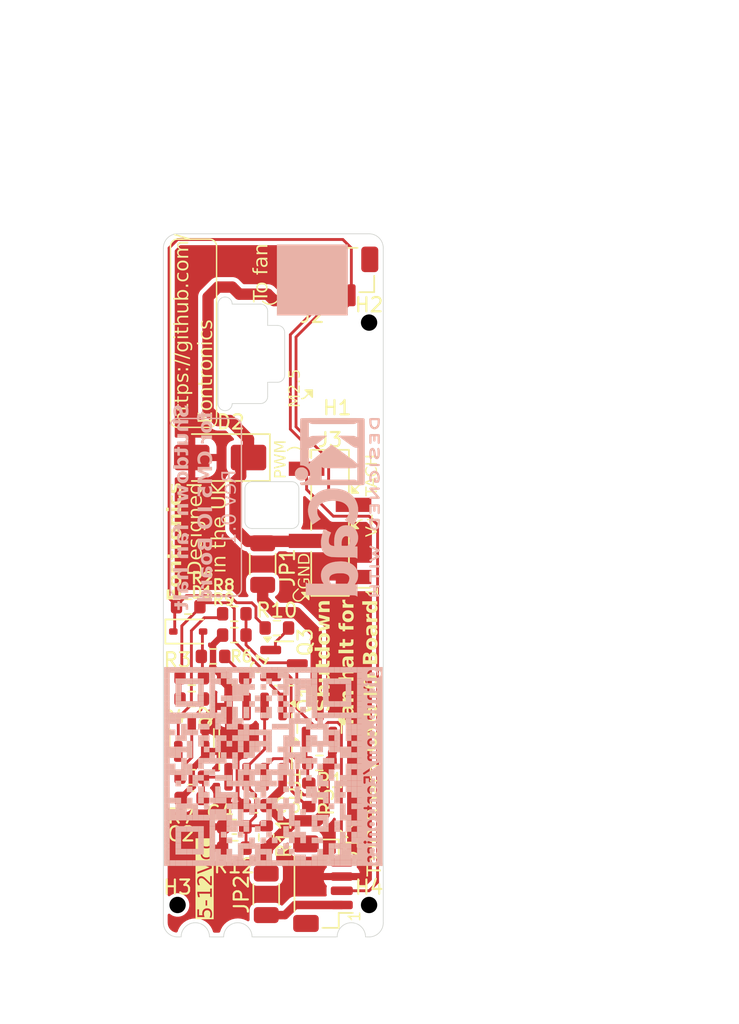
<source format=kicad_pcb>
(kicad_pcb (version 20240108) (generator "pcbnew") (generator_version "8.0")
  (layers (0 "F.Cu" signal) (31 "B.Cu" signal) (34 "B.Paste" user) (35 "F.Paste" user) (36 "B.SilkS" user "B.Silkscreen") (37 "F.SilkS" user "F.Silkscreen") (38 "B.Mask" user) (39 "F.Mask" user) (44 "Edge.Cuts" user))
  (net 0 "")
  (net 1 "Net-(U1A-+)")
  (net 2 "GND")
  (net 3 "Net-(U1B-+)")
  (net 4 "VCC")
  (net 5 "Net-(D1-A)")
  (net 6 "TACH_FAN")
  (net 7 "FAN_VCC")
  (net 8 "PWM")
  (net 9 "TACH_PI")
  (net 10 "Net-(Q1-G)")
  (net 11 "Net-(Q2-D)")
  (net 12 "Net-(Q3-S)")
  (net 13 "Net-(Q3-G)")
  (net 14 "Net-(R5-Pad1)")
  (net 15 "/COMP_VREF")
  (net 16 "Net-(Q2-G)")
  (net 17 "Net-(J1-Pin_1)")
  (net 18 "Net-(JP1-A)")
  (footprint "Package_SO:SOIC-8_3.9x4.9mm_P1.27mm" (layer "F.Cu") (at 169.25 77 -90)
    (property "Reference" "U1" (at 2.75 -2.75 90) (layer "F.SilkS") (effects (font (size 0.8 0.8))))
    (property "Value" "LM393")
    (pad "1" smd roundrect (at -2.475 -1.905 270) (size 1.95 0.6) (layers "F.Cu" "F.Paste" "F.Mask") (net 12 "Net-(Q3-S)"))
    (pad "2" smd roundrect (at -2.475 -0.635 270) (size 1.95 0.6) (layers "F.Cu" "F.Paste" "F.Mask") (net 15 "/COMP_VREF"))
    (pad "3" smd roundrect (at -2.475 0.635 270) (size 1.95 0.6) (layers "F.Cu" "F.Paste" "F.Mask") (net 1 "Net-(U1A-+)"))
    (pad "4" smd roundrect (at -2.475 1.905 270) (size 1.95 0.6) (layers "F.Cu" "F.Paste" "F.Mask") (net 2 "GND"))
    (pad "5" smd roundrect (at 2.475 1.905 270) (size 1.95 0.6) (layers "F.Cu" "F.Paste" "F.Mask") (net 3 "Net-(U1B-+)"))
    (pad "6" smd roundrect (at 2.475 0.635 270) (size 1.95 0.6) (layers "F.Cu" "F.Paste" "F.Mask") (net 15 "/COMP_VREF"))
    (pad "7" smd roundrect (at 2.475 -0.635 270) (size 1.95 0.6) (layers "F.Cu" "F.Paste" "F.Mask") (net 14 "Net-(R5-Pad1)"))
    (pad "8" smd roundrect (at 2.475 -1.905 270) (size 1.95 0.6) (layers "F.Cu" "F.Paste" "F.Mask") (net 4 "VCC"))
  )
  (footprint "Resistor_SMD:R_0603_1608Metric" (layer "F.Cu") (at 167.75 69.5)
    (property "Reference" "R9" (at -0.75 -2.5 0) (layer "F.SilkS") (effects (font (size 0.8 0.8))))
    (property "Value" "150k")
    (pad "1" smd roundrect (at -0.825 0) (size 0.8 0.95) (layers "F.Cu" "F.Paste" "F.Mask") (net 2 "GND"))
    (pad "2" smd roundrect (at 0.825 0) (size 0.8 0.95) (layers "F.Cu" "F.Paste" "F.Mask") (net 9 "TACH_PI"))
  )
  (footprint "Diode_SMD:D_SOD-323" (layer "F.Cu") (at 164.5 69.25)
    (property "Reference" "D1" (at 1 -2.75 0) (layer "F.SilkS") (effects (font (size 0.8 0.8))))
    (property "Value" "1N4148WS")
    (pad "1" smd roundrect (at -1.05 0) (size 0.6 0.45) (layers "F.Cu" "F.Paste" "F.Mask") (net 6 "TACH_FAN"))
    (pad "2" smd roundrect (at 1.05 0) (size 0.6 0.45) (layers "F.Cu" "F.Paste" "F.Mask") (net 5 "Net-(D1-A)"))
  )
  (footprint "cm5_io_board_fan_shutdown:JLC_Tooling_Hole" (layer "F.Cu") (at 177.25 47.5)
    (property "Reference" "H2" (at 0 -1.25 0) (layer "F.SilkS"))
    (property "Value" "JLCToolingHole")
    (pad "" np_thru_hole circle (at 0 0) (size 1.3 1.3) (drill 1.152) (layers "*.Mask"))
  )
  (footprint "Resistor_SMD:R_0603_1608Metric" (layer "F.Cu") (at 167.75 84.5 180)
    (property "Reference" "R12" (at 0 -1.25 180) (layer "F.SilkS"))
    (property "Value" "150k")
    (pad "1" smd roundrect (at -0.825 0 180) (size 0.8 0.95) (layers "F.Cu" "F.Paste" "F.Mask") (net 15 "/COMP_VREF"))
    (pad "2" smd roundrect (at 0.825 0 180) (size 0.8 0.95) (layers "F.Cu" "F.Paste" "F.Mask") (net 2 "GND"))
  )
  (footprint "Resistor_SMD:R_1206_3216Metric" (layer "F.Cu") (at 170 87.75 -90)
    (property "Reference" "JP2" (at 0 1.75 90) (layer "F.SilkS"))
    (property "Value" "0")
    (pad "1" smd roundrect (at -1.4625 0 270) (size 1.125 1.75) (layers "F.Cu" "F.Paste" "F.Mask") (roundrect_rratio 0.222222) (net 4 "VCC"))
    (pad "2" smd roundrect (at 1.4625 0 270) (size 1.125 1.75) (layers "F.Cu" "F.Paste" "F.Mask") (roundrect_rratio 0.222222) (net 17 "Net-(J1-Pin_1)"))
  )
  (footprint "Connector_JST:JST_SH_BM04B-SRSS-TB_1x04-1MP_P1.00mm_Vertical" (layer "F.Cu") (at 174 87 90)
    (property "Reference" "J1" (at 2.5 2 -90) (layer "F.SilkS"))
    (property "Value" "Conn_Pi_JST_SH")
    (pad "1" smd roundrect (at -1.5 1.325 90) (size 0.6 1.55) (layers "F.Cu" "F.Paste" "F.Mask") (net 17 "Net-(J1-Pin_1)"))
    (pad "2" smd roundrect (at -0.5 1.325 90) (size 0.6 1.55) (layers "F.Cu" "F.Paste" "F.Mask") (net 8 "PWM"))
    (pad "3" smd roundrect (at 0.5 1.325 90) (size 0.6 1.55) (layers "F.Cu" "F.Paste" "F.Mask") (net 2 "GND"))
    (pad "4" smd roundrect (at 1.5 1.325 90) (size 0.6 1.55) (layers "F.Cu" "F.Paste" "F.Mask") (net 9 "TACH_PI"))
    (pad "MP" smd roundrect (at -2.8 -1.2 90) (size 1.2 1.8) (layers "F.Cu" "F.Paste" "F.Mask") (roundrect_rratio 0.208333))
    (pad "MP" smd roundrect (at 2.8 -1.2 90) (size 1.2 1.8) (layers "F.Cu" "F.Paste" "F.Mask") (roundrect_rratio 0.208333))
  )
  (footprint "MountingHole:MountingHole_2.7mm_M2.5_DIN965" (layer "F.Cu") (at 175 50)
    (property "Reference" "H1" (at 0 3.5 0) (layer "F.SilkS"))
    (property "Value" "MountingHole")
    (pad "" np_thru_hole circle (at 0 0) (size 2.7 2.7) (drill 2.7) (layers "*.Cu" "*.Mask"))
  )
  (footprint "Package_TO_SOT_SMD:SOT-23" (layer "F.Cu") (at 173.75 75.75 90)
    (property "Reference" "Q1" (at 1.75 -1 90) (layer "F.SilkS"))
    (property "Value" "AO3401A")
    (pad "1" smd roundrect (at -0.9375 -0.95 90) (size 1.475 0.6) (layers "F.Cu" "F.Paste" "F.Mask") (net 10 "Net-(Q1-G)"))
    (pad "2" smd roundrect (at -0.9375 0.95 90) (size 1.475 0.6) (layers "F.Cu" "F.Paste" "F.Mask") (net 4 "VCC"))
    (pad "3" smd roundrect (at 0.9375 0 90) (size 1.475 0.6) (layers "F.Cu" "F.Paste" "F.Mask") (net 18 "Net-(JP1-A)"))
  )
  (footprint "Connector_JST:JST_SH_BM04B-SRSS-TB_1x04-1MP_P1.00mm_Vertical" (layer "F.Cu") (at 174.5 44.25)
    (property "Reference" "J2" (at -1.25 2.75 0) (layer "F.SilkS"))
    (property "Value" "Conn_Fan_JST_SH")
    (pad "1" smd roundrect (at -1.5 1.325) (size 0.6 1.55) (layers "F.Cu" "F.Paste" "F.Mask") (net 7 "FAN_VCC"))
    (pad "2" smd roundrect (at -0.5 1.325) (size 0.6 1.55) (layers "F.Cu" "F.Paste" "F.Mask") (net 8 "PWM"))
    (pad "3" smd roundrect (at 0.5 1.325) (size 0.6 1.55) (layers "F.Cu" "F.Paste" "F.Mask") (net 2 "GND"))
    (pad "4" smd roundrect (at 1.5 1.325) (size 0.6 1.55) (layers "F.Cu" "F.Paste" "F.Mask") (net 6 "TACH_FAN"))
    (pad "MP" smd roundrect (at -2.8 -1.2) (size 1.2 1.8) (layers "F.Cu" "F.Paste" "F.Mask") (roundrect_rratio 0.208333))
    (pad "MP" smd roundrect (at 2.8 -1.2) (size 1.2 1.8) (layers "F.Cu" "F.Paste" "F.Mask") (roundrect_rratio 0.208333))
  )
  (footprint "Resistor_SMD:R_0603_1608Metric" (layer "F.Cu") (at 164.75 79.5)
    (property "Reference" "R7" (at -0.75 2.75 0) (layer "F.SilkS"))
    (property "Value" "6.8k")
    (pad "1" smd roundrect (at -0.825 0) (size 0.8 0.95) (layers "F.Cu" "F.Paste" "F.Mask") (net 11 "Net-(Q2-D)"))
    (pad "2" smd roundrect (at 0.825 0) (size 0.8 0.95) (layers "F.Cu" "F.Paste" "F.Mask") (net 3 "Net-(U1B-+)"))
  )
  (footprint "Resistor_SMD:R_0603_1608Metric" (layer "F.Cu") (at 167.75 68 180)
    (property "Reference" "R8" (at 0.75 2 180) (layer "F.SilkS") (effects (font (size 0.8 0.8))))
    (property "Value" "6.8k")
    (pad "1" smd roundrect (at -0.825 0 180) (size 0.8 0.95) (layers "F.Cu" "F.Paste" "F.Mask") (net 9 "TACH_PI"))
    (pad "2" smd roundrect (at 0.825 0 180) (size 0.8 0.95) (layers "F.Cu" "F.Paste" "F.Mask") (net 16 "Net-(Q2-G)"))
  )
  (footprint "Package_TO_SOT_SMD:SOT-23" (layer "F.Cu") (at 171.25 71.5)
    (property "Reference" "Q3" (at 1.5 -1.5 90) (layer "F.SilkS"))
    (property "Value" "BSS138")
    (pad "1" smd roundrect (at -0.9375 -0.95) (size 1.475 0.6) (layers "F.Cu" "F.Paste" "F.Mask") (net 13 "Net-(Q3-G)"))
    (pad "2" smd roundrect (at -0.9375 0.95) (size 1.475 0.6) (layers "F.Cu" "F.Paste" "F.Mask") (net 12 "Net-(Q3-S)"))
    (pad "3" smd roundrect (at 0.9375 0) (size 1.475 0.6) (layers "F.Cu" "F.Paste" "F.Mask") (net 9 "TACH_PI"))
  )
  (footprint "Resistor_SMD:R_1206_3216Metric" (layer "F.Cu") (at 169.75 64.5 90)
    (property "Reference" "JP1" (at -0.25 1.75 -90) (layer "F.SilkS"))
    (property "Value" "0")
    (pad "1" smd roundrect (at -1.4625 0 90) (size 1.125 1.75) (layers "F.Cu" "F.Paste" "F.Mask") (roundrect_rratio 0.222222) (net 18 "Net-(JP1-A)"))
    (pad "2" smd roundrect (at 1.4625 0 90) (size 1.125 1.75) (layers "F.Cu" "F.Paste" "F.Mask") (roundrect_rratio 0.222222) (net 7 "FAN_VCC"))
  )
  (footprint "Resistor_SMD:R_0603_1608Metric" (layer "F.Cu") (at 164.5 67.5 180)
    (property "Reference" "R2" (at -1 2 180) (layer "F.SilkS") (effects (font (size 0.8 0.8))))
    (property "Value" "100k")
    (pad "1" smd roundrect (at -0.825 0 180) (size 0.8 0.95) (layers "F.Cu" "F.Paste" "F.Mask") (net 4 "VCC"))
    (pad "2" smd roundrect (at 0.825 0 180) (size 0.8 0.95) (layers "F.Cu" "F.Paste" "F.Mask") (net 6 "TACH_FAN"))
  )
  (footprint "Capacitor_SMD:C_0603_1608Metric" (layer "F.Cu") (at 164.75 81 180)
    (property "Reference" "C2" (at 0.75 -2.5 180) (layer "F.SilkS"))
    (property "Value" "4.7u")
    (pad "1" smd roundrect (at -0.775 0 180) (size 0.9 0.95) (layers "F.Cu" "F.Paste" "F.Mask") (net 3 "Net-(U1B-+)"))
    (pad "2" smd roundrect (at 0.775 0 180) (size 0.9 0.95) (layers "F.Cu" "F.Paste" "F.Mask") (net 2 "GND"))
  )
  (footprint "Resistor_SMD:R_0603_1608Metric" (layer "F.Cu") (at 166.25 71)
    (property "Reference" "R6" (at 2 0 180) (layer "F.SilkS") (effects (font (size 0.8 0.8))))
    (property "Value" "6.8k")
    (pad "1" smd roundrect (at -0.825 0) (size 0.8 0.95) (layers "F.Cu" "F.Paste" "F.Mask") (net 5 "Net-(D1-A)"))
    (pad "2" smd roundrect (at 0.825 0) (size 0.8 0.95) (layers "F.Cu" "F.Paste" "F.Mask") (net 1 "Net-(U1A-+)"))
  )
  (footprint "Diode_SMD:D_SMA" (layer "F.Cu") (at 166.75 57 180)
    (property "Reference" "D2" (at -0.75 2.5 180) (layer "F.SilkS"))
    (property "Value" "SS210")
    (pad "1" smd roundrect (at -2 0 180) (size 2.5 1.8) (layers "F.Cu" "F.Paste" "F.Mask") (roundrect_rratio 0.1388888889) (net 7 "FAN_VCC"))
    (pad "2" smd roundrect (at 2 0 180) (size 2.5 1.8) (layers "F.Cu" "F.Paste" "F.Mask") (roundrect_rratio 0.1388888889) (net 2 "GND"))
  )
  (footprint "cm5_io_board_fan_shutdown:JLC_Tooling_Hole" (layer "F.Cu") (at 177.25 88.5)
    (property "Reference" "H4" (at 0 -1.25 0) (layer "F.SilkS"))
    (property "Value" "JLCToolingHole")
    (pad "" np_thru_hole circle (at 0 0) (size 1.3 1.3) (drill 1.152) (layers "*.Mask"))
  )
  (footprint "Capacitor_SMD:C_0603_1608Metric" (layer "F.Cu") (at 167.75 83 180)
    (property "Reference" "C4" (at 1 1 0) (layer "F.SilkS"))
    (property "Value" "100n")
    (pad "1" smd roundrect (at -0.775 0 180) (size 0.9 0.95) (layers "F.Cu" "F.Paste" "F.Mask") (net 15 "/COMP_VREF"))
    (pad "2" smd roundrect (at 0.775 0 180) (size 0.9 0.95) (layers "F.Cu" "F.Paste" "F.Mask") (net 2 "GND"))
  )
  (footprint "Resistor_SMD:R_0603_1608Metric" (layer "F.Cu") (at 164.75 74)
    (property "Reference" "R4" (at -1.25 1.25 0) (layer "F.SilkS") (effects (font (size 0.8 0.8))))
    (property "Value" "150k")
    (pad "1" smd roundrect (at -0.825 0) (size 0.8 0.95) (layers "F.Cu" "F.Paste" "F.Mask") (net 4 "VCC"))
    (pad "2" smd roundrect (at 0.825 0) (size 0.8 0.95) (layers "F.Cu" "F.Paste" "F.Mask") (net 11 "Net-(Q2-D)"))
  )
  (footprint "Resistor_SMD:R_0603_1608Metric" (layer "F.Cu") (at 170.75 69)
    (property "Reference" "R10" (at 0 -1.25 0) (layer "F.SilkS"))
    (property "Value" "6.8k")
    (pad "1" smd roundrect (at -0.825 0) (size 0.8 0.95) (layers "F.Cu" "F.Paste" "F.Mask") (net 6 "TACH_FAN"))
    (pad "2" smd roundrect (at 0.825 0) (size 0.8 0.95) (layers "F.Cu" "F.Paste" "F.Mask") (net 13 "Net-(Q3-G)"))
  )
  (footprint "Resistor_SMD:R_0603_1608Metric" (layer "F.Cu") (at 173.75 78.5)
    (property "Reference" "R1" (at 0.75 1.25 0) (layer "F.SilkS"))
    (property "Value" "100k")
    (pad "1" smd roundrect (at -0.825 0) (size 0.8 0.95) (layers "F.Cu" "F.Paste" "F.Mask") (net 10 "Net-(Q1-G)"))
    (pad "2" smd roundrect (at 0.825 0) (size 0.8 0.95) (layers "F.Cu" "F.Paste" "F.Mask") (net 4 "VCC"))
  )
  (footprint "Resistor_SMD:R_0603_1608Metric" (layer "F.Cu") (at 164.75 72.5)
    (property "Reference" "R3" (at -1 -1.25 180) (layer "F.SilkS"))
    (property "Value" "100k")
    (pad "1" smd roundrect (at -0.825 0) (size 0.8 0.95) (layers "F.Cu" "F.Paste" "F.Mask") (net 4 "VCC"))
    (pad "2" smd roundrect (at 0.825 0) (size 0.8 0.95) (layers "F.Cu" "F.Paste" "F.Mask") (net 5 "Net-(D1-A)"))
  )
  (footprint "Package_TO_SOT_SMD:SOT-23" (layer "F.Cu") (at 164.75 76.75 90)
    (property "Reference" "Q2" (at 1.5 1 -90) (layer "F.SilkS") (effects (font (size 0.8 0.8))))
    (property "Value" "BSS138")
    (pad "1" smd roundrect (at -0.9375 -0.95 90) (size 1.475 0.6) (layers "F.Cu" "F.Paste" "F.Mask") (net 16 "Net-(Q2-G)"))
    (pad "2" smd roundrect (at -0.9375 0.95 90) (size 1.475 0.6) (layers "F.Cu" "F.Paste" "F.Mask") (net 2 "GND"))
    (pad "3" smd roundrect (at 0.9375 0 90) (size 1.475 0.6) (layers "F.Cu" "F.Paste" "F.Mask") (net 11 "Net-(Q2-D)"))
  )
  (footprint "Resistor_SMD:R_0603_1608Metric" (layer "F.Cu") (at 173 80.75 90)
    (property "Reference" "R5" (at -0.5 1.25 90) (layer "F.SilkS"))
    (property "Value" "20k")
    (pad "1" smd roundrect (at -0.825 0 90) (size 0.8 0.95) (layers "F.Cu" "F.Paste" "F.Mask") (net 14 "Net-(R5-Pad1)"))
    (pad "2" smd roundrect (at 0.825 0 90) (size 0.8 0.95) (layers "F.Cu" "F.Paste" "F.Mask") (net 10 "Net-(Q1-G)"))
  )
  (footprint "Connector_PinHeader_2.54mm:PinHeader_1x04_P2.54mm_Vertical_SMD_Pin1Left" (layer "F.Cu") (at 174.5 61.6 180)
    (property "Reference" "J3" (at 0 5.85 180) (layer "F.SilkS"))
    (property "Value" "Conn_Fan_Header")
    (pad "1" smd rect (at -1.655 -3.81 180) (size 2.51 1) (layers "F.Cu" "F.Paste" "F.Mask") (net 2 "GND"))
    (pad "2" smd rect (at 1.655 -1.27 180) (size 2.51 1) (layers "F.Cu" "F.Paste" "F.Mask") (net 7 "FAN_VCC"))
    (pad "3" smd rect (at -1.655 1.27 180) (size 2.51 1) (layers "F.Cu" "F.Paste" "F.Mask") (net 6 "TACH_FAN"))
    (pad "4" smd rect (at 1.655 3.81 180) (size 2.51 1) (layers "F.Cu" "F.Paste" "F.Mask") (net 8 "PWM"))
  )
  (footprint "Resistor_SMD:R_0603_1608Metric" (layer "F.Cu") (at 170 83.75 90)
    (property "Reference" "R11" (at 0 1.25 -90) (layer "F.SilkS"))
    (property "Value" "100k")
    (pad "1" smd roundrect (at -0.825 0 90) (size 0.8 0.95) (layers "F.Cu" "F.Paste" "F.Mask") (net 4 "VCC"))
    (pad "2" smd roundrect (at 0.825 0 90) (size 0.8 0.95) (layers "F.Cu" "F.Paste" "F.Mask") (net 15 "/COMP_VREF"))
  )
  (footprint "cm5_io_board_fan_shutdown:JLC_Tooling_Hole" (layer "F.Cu") (at 163.75 88.5)
    (property "Reference" "H3" (at 0 -1.25 0) (layer "F.SilkS"))
    (property "Value" "JLCToolingHole")
    (pad "" np_thru_hole circle (at 0 0) (size 1.3 1.3) (drill 1.152) (layers "*.Mask"))
  )
  (footprint "Capacitor_SMD:C_0603_1608Metric" (layer "F.Cu") (at 167.75 72.5 180)
    (property "Reference" "C1" (at -1.75 1 -120) (layer "F.SilkS") (effects (font (size 0.8 0.8))))
    (property "Value" "4.7u" (hide yes))
    (pad "1" smd roundrect (at -0.775 0 180) (size 0.9 0.95) (layers "F.Cu" "F.Paste" "F.Mask") (net 1 "Net-(U1A-+)"))
    (pad "2" smd roundrect (at 0.775 0 180) (size 0.9 0.95) (layers "F.Cu" "F.Paste" "F.Mask") (net 2 "GND"))
  )
  (footprint "Capacitor_SMD:C_0603_1608Metric" (layer "F.Cu") (at 169.25 81.5 180)
    (property "Reference" "C3" (at -2.25 0 180) (layer "F.SilkS"))
    (property "Value" "100n")
    (pad "1" smd roundrect (at -0.775 0 180) (size 0.9 0.95) (layers "F.Cu" "F.Paste" "F.Mask") (net 4 "VCC"))
    (pad "2" smd roundrect (at 0.775 0 180) (size 0.9 0.95) (layers "F.Cu" "F.Paste" "F.Mask") (net 2 "GND"))
  )
  (footprint "Symbol:KiCad-Logo2_5mm_SilkScreen" (layer "B.Cu") (at 175 60.5 -90)
    (property "Reference" "REF**" (hide yes))
    (property "Value" "KiCad-Logo2_5mm_SilkScreen" (hide yes))
  )
  (footprint "cm5_io_board_fan_shutdown:GithubQR" (layer "B.Cu") (at 169.8 78.75 -90)
    (property "Reference" "QR*****" (hide yes))
    (property "Value" "github.com/Eontronics" (at 0 -7.1 90) (layer "B.SilkS" knockout) (effects (font (size 0.8 0.8)) (justify top mirror)))
  )
  (gr_line (start 168.25 54.75) (end 168.25 66.25) (stroke (width 0.1)) (layer "B.SilkS"))
  (gr_arc (start 168.25 66.25) (mid 168.103553 66.603553) (end 167.75 66.75) (stroke (width 0.1)) (layer "B.SilkS"))
  (gr_arc (start 167.75 54.25) (mid 168.103553 54.396447) (end 168.25 54.75) (stroke (width 0.1)) (layer "B.SilkS"))
  (gr_rect (start 170.75 42) (end 175.75 47) (fill solid) (layer "B.SilkS"))
  (gr_line (start 163.75 54.25) (end 167.75 54.25) (stroke (width 0.1)) (layer "B.SilkS"))
  (gr_line (start 167.75 66.75) (end 163.75 66.75) (stroke (width 0.1)) (layer "B.SilkS"))
  (gr_line (start 163.25 66.25) (end 163.25 54.75) (stroke (width 0.1)) (layer "B.SilkS"))
  (gr_arc (start 163.75 66.75) (mid 163.396447 66.603553) (end 163.25 66.25) (stroke (width 0.1)) (layer "B.SilkS"))
  (gr_arc (start 163.25 54.75) (mid 163.396447 54.396447) (end 163.75 54.25) (stroke (width 0.1)) (layer "B.SilkS"))
  (gr_arc (start 176.5 61.5) (mid 176.614701 61.423359) (end 176.75 61.396447) (stroke (width 0.1)) (layer "F.SilkS"))
  (gr_arc (start 172.75 52.75) (mid 172.635299 52.826641) (end 172.5 52.853553) (stroke (width 0.1)) (layer "F.SilkS"))
  (gr_arc (start 166.5 54.375) (mid 166.353553 54.728553) (end 166 54.875) (stroke (width 0.1)) (layer "F.SilkS"))
  (gr_arc (start 170.749999 45.999999) (mid 170.25 46.207105) (end 169.750001 45.999999) (stroke (width 0.1)) (layer "F.SilkS"))
  (gr_arc (start 163.25 42.125) (mid 163.396447 41.771447) (end 163.75 41.625) (stroke (width 0.1)) (layer "F.SilkS"))
  (gr_line (start 166.5 42.125) (end 166.5 54.375) (stroke (width 0.1)) (layer "F.SilkS"))
  (gr_line (start 163.25 54.375) (end 163.25 42.125) (stroke (width 0.1)) (layer "F.SilkS"))
  (gr_line (start 166 54.875) (end 163.75 54.875) (stroke (width 0.1)) (layer "F.SilkS"))
  (gr_line (start 175.25 83.75) (end 176 83) (stroke (width 0.1)) (layer "F.SilkS"))
  (gr_poly (pts (xy 176 62) (xy 176.5 62) (xy 176 61.5)) (stroke (width 0.1)) (fill solid) (layer "F.SilkS"))
  (gr_arc (start 176.000001 83.000001) (mid 176.5 82.792895) (end 176.999999 83.000001) (stroke (width 0.1)) (layer "F.SilkS"))
  (gr_line (start 172 66.5) (end 172.25 66.25) (stroke (width 0.1)) (layer "F.SilkS"))
  (gr_line (start 163.75 41.625) (end 166 41.625) (stroke (width 0.1)) (layer "F.SilkS"))
  (gr_line (start 170.749999 45.999999) (end 171.25 45.5) (stroke (width 0.1)) (layer "F.SilkS"))
  (gr_line (start 172.5 67) (end 173 66.5) (stroke (width 0.1)) (layer "F.SilkS"))
  (gr_poly (pts (xy 176 59.5) (xy 176 59) (xy 176.5 59.5)) (stroke (width 0.1)) (fill solid) (layer "F.SilkS"))
  (gr_arc (start 172.5 67) (mid 172 67) (end 172 66.5) (stroke (width 0.1)) (layer "F.SilkS"))
  (gr_arc (start 176.5 59) (mid 176.614701 58.923359) (end 176.75 58.896447) (stroke (width 0.1)) (layer "F.SilkS"))
  (gr_poly (pts (xy 171.25 45.5) (xy 170.75 45.5) (xy 171.25 46)) (stroke (width 0.1)) (fill solid) (layer "F.SilkS"))
  (gr_poly (pts (xy 173 57) (xy 173 56.5) (xy 172.5 57)) (stroke (width 0.1)) (fill solid) (layer "F.SilkS"))
  (gr_poly (pts (xy 175.25 83.75) (xy 175.75 83.75) (xy 175.25 83.25)) (stroke (width 0.1)) (fill solid) (layer "F.SilkS"))
  (gr_arc (start 163.75 54.875) (mid 163.396447 54.728553) (end 163.25 54.375) (stroke (width 0.1)) (layer "F.SilkS"))
  (gr_line (start 176 59.5) (end 176.5 59) (stroke (width 0.1)) (layer "F.SilkS"))
  (gr_line (start 176.5 61.5) (end 176 62) (stroke (width 0.1)) (layer "F.SilkS"))
  (gr_line (start 173 57) (end 172.5 56.5) (stroke (width 0.1)) (layer "F.SilkS"))
  (gr_arc (start 166 41.625) (mid 166.353553 41.771447) (end 166.5 42.125) (stroke (width 0.1)) (layer "F.SilkS"))
  (gr_arc (start 171.500001 56.500001) (mid 172 56.292895) (end 172.499999 56.500001) (stroke (width 0.1)) (layer "F.SilkS"))
  (gr_poly (pts (xy 173.25 52.25) (xy 173.25 52.75) (xy 172.75 52.25)) (stroke (width 0.1)) (fill solid) (layer "F.SilkS"))
  (gr_poly (pts (xy 173 66.5) (xy 173 67) (xy 172.5 66.5)) (stroke (width 0.1)) (fill solid) (layer "F.SilkS"))
  (gr_line (start 173.25 52.25) (end 172.75 52.75) (stroke (width 0.1)) (layer "F.SilkS"))
  (gr_line (start 178.25 42.25) (end 178.25 89.75) (stroke (width 0.05)) (layer "Edge.Cuts"))
  (gr_line (start 170.1 51.7) (end 170.8 51.7) (stroke (width 0.05)) (layer "Edge.Cuts"))
  (gr_arc (start 175 90.75) (mid 176 89.75) (end 177 90.75) (stroke (width 0.05)) (layer "Edge.Cuts"))
  (gr_line (start 166 90.75) (end 167 90.75) (stroke (width 0.05)) (layer "Edge.Cuts"))
  (gr_line (start 162.75 89.75) (end 162.75 42.25) (stroke (width 0.05)) (layer "Edge.Cuts"))
  (gr_arc (start 178.25 89.75) (mid 177.957107 90.457107) (end 177.25 90.75) (stroke (width 0.05)) (layer "Edge.Cuts"))
  (gr_arc (start 167.6 53.2) (mid 167.1 53.7) (end 166.6 53.2) (stroke (width 0.05)) (layer "Edge.Cuts"))
  (gr_line (start 166.6 53.2) (end 166.6 46.2) (stroke (width 0.05)) (layer "Edge.Cuts"))
  (gr_line (start 163.75 41.25) (end 177.25 41.25) (stroke (width 0.05)) (layer "Edge.Cuts"))
  (gr_arc (start 169.6 46.2) (mid 169.953553 46.346447) (end 170.1 46.7) (stroke (width 0.05)) (layer "Edge.Cuts"))
  (gr_arc (start 172.3 61.5) (mid 172.153553 61.853553) (end 171.8 62) (stroke (width 0.05)) (layer "Edge.Cuts"))
  (gr_line (start 167.6 53.2) (end 169.6 53.2) (stroke (width 0.05)) (layer "Edge.Cuts"))
  (gr_line (start 172.3 59.2) (end 172.3 61.5) (stroke (width 0.05)) (layer "Edge.Cuts"))
  (gr_arc (start 171.3 51.2) (mid 171.153553 51.553553) (end 170.8 51.7) (stroke (width 0.05)) (layer "Edge.Cuts"))
  (gr_line (start 171.8 62) (end 169 62) (stroke (width 0.05)) (layer "Edge.Cuts"))
  (gr_line (start 168.5 61.5) (end 168.5 59.2) (stroke (width 0.05)) (layer "Edge.Cuts"))
  (gr_arc (start 167 90.75) (mid 168 89.75) (end 169 90.75) (stroke (width 0.05)) (layer "Edge.Cuts"))
  (gr_line (start 170.1 46.7) (end 170.1 47.7) (stroke (width 0.05)) (layer "Edge.Cuts"))
  (gr_arc (start 162.75 42.25) (mid 163.042893 41.542893) (end 163.75 41.25) (stroke (width 0.05)) (layer "Edge.Cuts"))
  (gr_line (start 170.1 52.7) (end 170.1 51.7) (stroke (width 0.05)) (layer "Edge.Cuts"))
  (gr_arc (start 170.1 52.7) (mid 169.953553 53.053553) (end 169.6 53.2) (stroke (width 0.05)) (layer "Edge.Cuts"))
  (gr_line (start 167.6 46.2) (end 169.6 46.2) (stroke (width 0.05)) (layer "Edge.Cuts"))
  (gr_arc (start 177.25 41.25) (mid 177.957107 41.542893) (end 178.25 42.25) (stroke (width 0.05)) (layer "Edge.Cuts"))
  (gr_arc (start 169 62) (mid 168.646447 61.853553) (end 168.5 61.5) (stroke (width 0.05)) (layer "Edge.Cuts"))
  (gr_arc (start 170.8 47.7) (mid 171.153553 47.846447) (end 171.3 48.2) (stroke (width 0.05)) (layer "Edge.Cuts"))
  (gr_arc (start 163.75 90.75) (mid 163.042893 90.457107) (end 162.75 89.75) (stroke (width 0.05)) (layer "Edge.Cuts"))
  (gr_line (start 169 58.7) (end 171.8 58.7) (stroke (width 0.05)) (layer "Edge.Cuts"))
  (gr_line (start 169 90.75) (end 175 90.75) (stroke (width 0.05)) (layer "Edge.Cuts"))
  (gr_line (start 177.25 90.75) (end 177 90.75) (stroke (width 0.05)) (layer "Edge.Cuts"))
  (gr_line (start 164 90.75) (end 163.75 90.75) (stroke (width 0.05)) (layer "Edge.Cuts"))
  (gr_line (start 171.3 48.2) (end 171.3 51.2) (stroke (width 0.05)) (layer "Edge.Cuts"))
  (gr_arc (start 164 90.75) (mid 165 89.75) (end 166 90.75) (stroke (width 0.05)) (layer "Edge.Cuts"))
  (gr_arc (start 166.6 46.2) (mid 167.1 45.7) (end 167.6 46.2) (stroke (width 0.05)) (layer "Edge.Cuts"))
  (gr_arc (start 168.5 59.2) (mid 168.646447 58.846447) (end 169 58.7) (stroke (width 0.05)) (layer "Edge.Cuts"))
  (gr_arc (start 171.8 58.7) (mid 172.153553 58.846447) (end 172.3 59.2) (stroke (width 0.05)) (layer "Edge.Cuts"))
  (gr_line (start 170.1 47.7) (end 170.8 47.7) (stroke (width 0.05)) (layer "Edge.Cuts"))
  (gr_text "Shutdown fan halt\nfor CM5 IO Board" (at 163.5 60.5 90) (layer "B.SilkS") (effects (font (size 1 1) (thickness 0.1)) (justify top mirror)))
  (gr_text "Rev 0.1" (at 166.85 60.5 90) (layer "B.SilkS") (effects (font (size 1 1) (thickness 0.1)) (justify top mirror)))
  (gr_text "To fan" (at 170.25 44 90) (layer "F.SilkS") (effects (font (size 1 1) (thickness 0.1)) (justify bottom)))
  (gr_text "1" (at 175.75 89.75 90) (layer "F.SilkS") (effects (font (size 0.8 0.8) (thickness 0.1)) (justify left top)))
  (gr_text "Designed\nin the UK" (at 164.45 58.75 90) (layer "F.SilkS") (effects (font (size 1 1) (thickness 0.1)) (justify right top)))
  (gr_text "To IO Board" (at 178.25 82.5 90) (layer "F.SilkS") (effects (font (size 1 1) (thickness 0.1)) (justify bottom)))
  (gr_text "GND" (at 172.25 65 90) (layer "F.SilkS") (effects (font (size 0.8 0.8) (thickness 0.1)) (justify top)))
  (gr_text "PWM" (at 171.5 58.5 90) (layer "F.SilkS") (effects (font (size 0.8 0.8) (thickness 0.1)) (justify left bottom)))
  (gr_text "1" (at 177 66 90) (layer "F.SilkS") (effects (font (size 0.8 0.8) (thickness 0.1)) (justify right top)))
  (gr_text "5-12Vcc" (at 165.75 89.5 90) (layer "F.SilkS" knockout) (effects (font (size 1 1) (thickness 0.1)) (justify left)))
  (gr_text "TACH\n" (at 177 58.25 90) (layer "F.SilkS") (effects (font (size 0.8 0.8) (thickness 0.1)) (justify top)))
  (gr_text "M2.5" (at 172.5 53.5 90) (layer "F.SilkS") (effects (font (size 0.8 0.8) (thickness 0.1)) (justify left bottom)))
  (gr_text "1" (at 171.75 46 0) (layer "F.SilkS") (effects (font (size 0.8 0.8) (thickness 0.1)) (justify left top)))
  (gr_text "https://github.com/\nEontronics" (at 163.5 54.625 90) (layer "F.SilkS") (effects (font (size 1 1) (thickness 0.1)) (justify left top)))
  (gr_text "Eontronics" (at 163 58.75 90) (layer "F.SilkS") (effects (font (size 1 1) (thickness 0.1)) (justify right top)))
  (gr_text "V+" (at 177 61.75 90) (layer "F.SilkS") (effects (font (size 0.8 0.8) (thickness 0.1)) (justify top)))
  (gr_text "Shutdown\nfan halt for\nCM5 IO Board" (at 178 67 90) (layer "F.SilkS") (effects (font (size 1 1) (thickness 0.1)) (justify right bottom)))
  (segment (start 168.525 74.435) (end 168.615 74.525) (width 0.2) (layer "F.Cu") (net 1))
  (segment (start 167.075 71.025) (end 167.075 71) (width 0.2) (layer "F.Cu") (net 1))
  (segment (start 168.525 72.475) (end 167.075 71.025) (width 0.2) (layer "F.Cu") (net 1))
  (segment (start 168.525 72.5) (end 168.525 72.475) (width 0.2) (layer "F.Cu") (net 1))
  (segment (start 168.525 72.5) (end 168.525 74.435) (width 0.2) (layer "F.Cu") (net 1))
  (segment (start 165.7 77.6875) (end 165.7 78.010574) (width 0.45) (layer "F.Cu") (net 2))
  (segment (start 168.475 81.425) (end 167.98 80.93) (width 0.27) (layer "F.Cu") (net 2))
  (segment (start 168.475 81.5) (end 168.475 81.425) (width 0.27) (layer "F.Cu") (net 2))
  (segment (start 166.25 70.175) (end 166.25 71.775) (width 0.45) (layer "F.Cu") (net 2))
  (segment (start 167.98 80.93) (end 167.98 78.27) (width 0.27) (layer "F.Cu") (net 2))
  (segment (start 165.7 78.010574) (end 164.75 78.960574) (width 0.45) (layer "F.Cu") (net 2))
  (segment (start 167.98 78.27) (end 168 78.25) (width 0.27) (layer "F.Cu") (net 2))
  (segment (start 164.75 78.960574) (end 164.75 80.225) (width 0.45) (layer "F.Cu") (net 2))
  (segment (start 167.345 73.095) (end 166.975 72.725) (width 0.6) (layer "F.Cu") (net 2))
  (segment (start 166.925 69.5) (end 166.25 70.175) (width 0.45) (layer "F.Cu") (net 2))
  (segment (start 166.975 72.725) (end 166.975 72.5) (width 0.6) (layer "F.Cu") (net 2))
  (segment (start 166.25 71.775) (end 166.975 72.5) (width 0.45) (layer "F.Cu") (net 2))
  (segment (start 167.345 74.525) (end 167.345 73.095) (width 0.6) (layer "F.Cu") (net 2))
  (segment (start 164.75 80.225) (end 163.975 81) (width 0.45) (layer "F.Cu") (net 2))
  (segment (start 165.575 79.5) (end 165.575 80.95) (width 0.2) (layer "F.Cu") (net 3))
  (segment (start 167.32 79.5) (end 167.345 79.475) (width 0.2) (layer "F.Cu") (net 3))
  (segment (start 165.575 80.95) (end 165.525 81) (width 0.2) (layer "F.Cu") (net 3))
  (segment (start 165.575 79.5) (end 167.32 79.5) (width 0.2) (layer "F.Cu") (net 3))
  (segment (start 172.2 78.338762) (end 172.2 80.312648) (width 0.2) (layer "F.Cu") (net 4))
  (segment (start 170.045492 81.5) (end 171.2875 82.742008) (width 0.6) (layer "F.Cu") (net 4))
  (segment (start 165.325 67.5) (end 165.6 67.225) (width 0.2) (layer "F.Cu") (net 4))
  (segment (start 171.832992 82.742008) (end 171.8375 82.7375) (width 0.6) (layer "F.Cu") (net 4))
  (segment (start 171.755 77.893762) (end 172.2 78.338762) (width 0.2) (layer "F.Cu") (net 4))
  (segment (start 174.075 82.111912) (end 174.075 81.25) (width 0.8) (layer "F.Cu") (net 4))
  (segment (start 167.75 67.637352) (end 167.75 69.931238) (width 0.2) (layer "F.Cu") (net 4))
  (segment (start 172 82.575) (end 173.611912 82.575) (width 0.8) (layer "F.Cu") (net 4))
  (segment (start 174.075 79) (end 174.575 78.5) (width 0.8) (layer "F.Cu") (net 4))
  (segment (start 174.65 77.75) (end 174.7 77.7) (width 0.6) (layer "F.Cu") (net 4))
  (segment (start 174.65 78.45) (end 174.65 77.75) (width 0.6) (layer "F.Cu") (net 4))
  (segment (start 171.8375 82.7375) (end 172 82.575) (width 0.8) (layer "F.Cu") (net 4))
  (segment (start 173.611912 82.575) (end 174.075 82.111912) (width 0.8) (layer "F.Cu") (net 4))
  (segment (start 167.337648 67.225) (end 167.75 67.637352) (width 0.2) (layer "F.Cu") (net 4))
  (segment (start 163.925 72.5) (end 164.05 72.375) (width 0.2) (layer "F.Cu") (net 4))
  (segment (start 173.575 80.75) (end 174.075 80.25) (width 0.2) (layer "F.Cu") (net 4))
  (segment (start 171.2875 82.742008) (end 171.832992 82.742008) (width 0.6) (layer "F.Cu") (net 4))
  (segment (start 171.155 80.295) (end 170.025 81.425) (width 0.6) (layer "F.Cu") (net 4))
  (segment (start 167.75 69.931238) (end 169.668762 71.85) (width 0.2) (layer "F.Cu") (net 4))
  (segment (start 174.7 77.7) (end 174.7 76.6875) (width 0.6) (layer "F.Cu") (net 4))
  (segment (start 172.637352 80.75) (end 174.075 80.75) (width 0.2) (layer "F.Cu") (net 4))
  (segment (start 171.2875 83.2875) (end 171.8375 82.7375) (width 0.8) (layer "F.Cu") (net 4))
  (segment (start 163.925 72.5) (end 163.925 74) (width 0.2) (layer "F.Cu") (net 4))
  (segment (start 164.05 68.85) (end 165.325 67.575) (width 0.2) (layer "F.Cu") (net 4))
  (segment (start 169.668762 71.85) (end 171.090552 71.85) (width 0.2) (layer "F.Cu") (net 4))
  (segment (start 170 84.575) (end 171.2875 83.2875) (width 0.8) (layer "F.Cu") (net 4))
  (segment (start 174.575 78.5) (end 174.6 78.5) (width 0.6) (layer "F.Cu") (net 4))
  (segment (start 174.6 78.5) (end 174.65 78.45) (width 0.6) (layer "F.Cu") (net 4))
  (segment (start 171.090552 71.85) (end 171.755 72.514448) (width 0.2) (layer "F.Cu") (net 4))
  (segment (start 170.025 81.425) (end 170.025 81.5) (width 0.6) (layer "F.Cu") (net 4))
  (segment (start 171.755 72.514448) (end 171.755 77.893762) (width 0.2) (layer "F.Cu") (net 4))
  (segment (start 173.575 80.75) (end 174.075 81.25) (width 0.2) (layer "F.Cu") (net 4))
  (segment (start 164.05 72.375) (end 164.05 68.85) (width 0.2) (layer "F.Cu") (net 4))
  (segment (start 172.2 80.312648) (end 172.637352 80.75) (width 0.2) (layer "F.Cu") (net 4))
  (segment (start 165.6 67.225) (end 167.337648 67.225) (width 0.2) (layer "F.Cu") (net 4))
  (segment (start 171.155 79.475) (end 171.155 80.295) (width 0.6) (layer "F.Cu") (net 4))
  (segment (start 174.075 80.25) (end 174.075 79) (width 0.8) (layer "F.Cu") (net 4))
  (segment (start 174.075 81.25) (end 174.075 80.25) (width 0.8) (layer "F.Cu") (net 4))
  (segment (start 171.2875 82.742008) (end 171.2875 83.2875) (width 0.6) (layer "F.Cu") (net 4))
  (segment (start 170 84.575) (end 170 86.2875) (width 0.8) (layer "F.Cu") (net 4))
  (segment (start 165.325 67.575) (end 165.325 67.5) (width 0.2) (layer "F.Cu") (net 4))
  (segment (start 170.025 81.5) (end 170.045492 81.5) (width 0.6) (layer "F.Cu") (net 4))
  (segment (start 165.5 69.3) (end 165.55 69.25) (width 0.2) (layer "F.Cu") (net 5))
  (segment (start 165.425 71) (end 165.5 70.925) (width 0.2) (layer "F.Cu") (net 5))
  (segment (start 165.5 72.425) (end 165.5 71.075) (width 0.2) (layer "F.Cu") (net 5))
  (segment (start 165.5 71.075) (end 165.425 71) (width 0.2) (layer "F.Cu") (net 5))
  (segment (start 165.575 72.5) (end 165.5 72.425) (width 0.2) (layer "F.Cu") (net 5))
  (segment (start 165.5 70.925) (end 165.5 69.3) (width 0.2) (layer "F.Cu") (net 5))
  (segment (start 163.55 69.15) (end 163.55 67.625) (width 0.2) (layer "F.Cu") (net 6))
  (segment (start 176.155 60.33) (end 175.38 60.33) (width 0.2) (layer "F.Cu") (net 6))
  (segment (start 175.4 41.65) (end 163.75 41.65) (width 0.2) (layer "F.Cu") (net 6))
  (segment (start 174.4 57.14) (end 172.1 54.84) (width 0.2) (layer "F.Cu") (net 6))
  (segment (start 175.38 60.33) (end 174.4 59.35) (width 0.2) (layer "F.Cu") (net 6))
  (segment (start 172.1 48.515686) (end 173.965686 46.65) (width 0.2) (layer "F.Cu") (net 6))
  (segment (start 163.675 67.425) (end 163.675 67.5) (width 0.2) (layer "F.Cu") (net 6))
  (segment (start 163.75 41.65) (end 163.15 42.25) (width 0.2) (layer "F.Cu") (net 6))
  (segment (start 163.55 67.625) (end 163.675 67.5) (width 0.2) (layer "F.Cu") (net 6))
  (segment (start 176 42.25) (end 175.4 41.65) (width 0.2) (layer "F.Cu") (net 6))
  (segment (start 176.92 60.27) (end 176.155 60.27) (width 0.2) (layer "F.Cu") (net 6))
  (segment (start 176 45.575) (end 176 42.25) (width 0.2) (layer "F.Cu") (net 6))
  (segment (start 175.4 46.65) (end 176 46.05) (width 0.2) (layer "F.Cu") (net 6))
  (segment (start 172.1 54.84) (end 172.1 48.515686) (width 0.2) (layer "F.Cu") (net 6))
  (segment (start 163.15 42.25) (end 163.15 66.9) (width 0.2) (layer "F.Cu") (net 6))
  (segment (start 169.925 68.925) (end 169.925 69) (width 0.2) (layer "F.Cu") (net 6))
  (segment (start 167.903333 67.225) (end 168.987648 67.225) (width 0.2) (layer "F.Cu") (net 6))
  (segment (start 168.987648 67.225) (end 169.275 67.512352) (width 0.2) (layer "F.Cu") (net 6))
  (segment (start 169.275 68.275) (end 169.925 68.925) (width 0.2) (layer "F.Cu") (net 6))
  (segment (start 163.675 67.425) (end 164.375 66.725) (width 0.2) (layer "F.Cu") (net 6))
  (segment (start 169.275 67.512352) (end 169.275 68.275) (width 0.2) (layer "F.Cu") (net 6))
  (segment (start 174.4 59.35) (end 174.4 57.14) (width 0.2) (layer "F.Cu") (net 6))
  (segment (start 163.15 66.9) (end 163.675 67.425) (width 0.2) (layer "F.Cu") (net 6))
  (segment (start 167.403333 66.725) (end 167.903333 67.225) (width 0.2) (layer "F.Cu") (net 6))
  (segment (start 164.375 66.725) (end 167.403333 66.725) (width 0.2) (layer "F.Cu") (net 6))
  (segment (start 163.45 69.25) (end 163.55 69.15) (width 0.2) (layer "F.Cu") (net 6))
  (segment (start 176 46.05) (end 176 45.575) (width 0.2) (layer "F.Cu") (net 6))
  (segment (start 173.965686 46.65) (end 175.4 46.65) (width 0.2) (layer "F.Cu") (net 6))
  (segment (start 172.815 62.9) (end 168.698898 62.9) (width 0.8) (layer "F.Cu") (net 7))
  (segment (start 170.55 45.95) (end 170.1 45.5) (width 0.8) (layer "F.Cu") (net 7))
  (segment (start 168.2 57.55) (end 168.75 57) (width 0.8) (layer "F.Cu") (net 7))
  (segment (start 165.9 45.7) (end 165.9 53.7) (width 0.8) (layer "F.Cu") (net 7))
  (segment (start 167.8 62.001102) (end 167.8 58.698898) (width 0.8) (layer "F.Cu") (net 7))
  (segment (start 168.698898 62.9) (end 167.8 62.001102) (width 0.8) (layer "F.Cu") (net 7))
  (segment (start 168.75 55.7) (end 168.75 57) (width 0.8) (layer "F.Cu") (net 7))
  (segment (start 168.1 45.5) (end 167.6 45) (width 0.8) (layer "F.Cu") (net 7))
  (segment (start 173 45.85) (end 172.9 45.95) (width 0.6) (layer "F.Cu") (net 7))
  (segment (start 167.6 45) (end 166.6 45) (width 0.8) (layer "F.Cu") (net 7))
  (segment (start 168.2 58.298898) (end 168.2 57.55) (width 0.8) (layer "F.Cu") (net 7))
  (segment (start 172.9 45.95) (end 170.55 45.95) (width 0.8) (layer "F.Cu") (net 7))
  (segment (start 170.1 45.5) (end 168.1 45.5) (width 0.8) (layer "F.Cu") (net 7))
  (segment (start 166.6 54.4) (end 167.45 54.4) (width 0.8) (layer "F.Cu") (net 7))
  (segment (start 167.45 54.4) (end 168.75 55.7) (width 0.8) (layer "F.Cu") (net 7))
  (segment (start 167.8 58.698898) (end 168.2 58.298898) (width 0.8) (layer "F.Cu") (net 7))
  (segment (start 172.845 62.87) (end 172.815 62.9) (width 0.8) (layer "F.Cu") (net 7))
  (segment (start 173 45.575) (end 173 45.85) (width 0.6) (layer "F.Cu") (net 7))
  (segment (start 166.6 45) (end 165.9 45.7) (width 0.8) (layer "F.Cu") (net 7))
  (segment (start 165.9 53.7) (end 166.6 54.4) (width 0.8) (layer "F.Cu") (net 7))
  (segment (start 177.24875 61.13) (end 177.85 61.73125) (width 0.2) (layer "F.Cu") (net 8))
  (segment (start 177.25 87.5) (end 175.325 87.5) (width 0.2) (layer "F.Cu") (net 8))
  (segment (start 177.85 61.73125) (end 177.85 86.9) (width 0.2) (layer "F.Cu") (net 8))
  (segment (start 174 46.05) (end 174 45.575) (width 0.2) (layer "F.Cu") (net 8))
  (segment (start 171.7 48.35) (end 174 46.05) (width 0.2) (layer "F.Cu") (net 8))
  (segment (start 174.73 61.13) (end 177.24875 61.13) (width 0.2) (layer "F.Cu") (net 8))
  (segment (start 177.85 86.9) (end 177.25 87.5) (width 0.2) (layer "F.Cu") (net 8))
  (segment (start 172.845 59.245) (end 174.73 61.13) (width 0.2) (layer "F.Cu") (net 8))
  (segment (start 172.845 56.150686) (end 171.7 55.005686) (width 0.2) (layer "F.Cu") (net 8))
  (segment (start 171.7 55.005686) (end 171.7 48.35) (width 0.2) (layer "F.Cu") (net 8))
  (segment (start 172.845 57.79) (end 172.845 59.245) (width 0.2) (layer "F.Cu") (net 8))
  (segment (start 172.845 57.79) (end 172.845 56.150686) (width 0.2) (layer "F.Cu") (net 8))
  (segment (start 174.159448 75.85) (end 174.359448 75.65) (width 0.2) (layer "F.Cu") (net 9))
  (segment (start 168.575 69.5) (end 168.575 68) (width 0.2) (layer "F.Cu") (net 9))
  (segment (start 172.1375 71.45) (end 169.834448 71.45) (width 0.2) (layer "F.Cu") (net 9))
  (segment (start 175.040552 75.65) (end 175.3 75.909448) (width 0.2) (layer "F.Cu") (net 9))
  (segment (start 175.3 75.909448) (end 175.3 85.5) (width 0.2) (layer "F.Cu") (net 9))
  (segment (start 172.155 74.664448) (end 173.340552 75.85) (width 0.2) (layer "F.Cu") (net 9))
  (segment (start 172.1875 71.5) (end 172.1375 71.45) (width 0.2) (layer "F.Cu") (net 9))
  (segment (start 169.834448 71.45) (end 168.575 70.190552) (width 0.2) (layer "F.Cu") (net 9))
  (segment (start 168.575 70.190552) (end 168.575 69.5) (width 0.2) (layer "F.Cu") (net 9))
  (segment (start 172.155 71.5325) (end 172.155 74.664448) (width 0.2) (layer "F.Cu") (net 9))
  (segment (start 173.340552 75.85) (end 174.159448 75.85) (width 0.2) (layer "F.Cu") (net 9))
  (segment (start 172.1875 71.5) (end 172.155 71.5325) (width 0.2) (layer "F.Cu") (net 9))
  (segment (start 174.359448 75.65) (end 175.040552 75.65) (width 0.2) (layer "F.Cu") (net 9))
  (segment (start 172.8 76.6875) (end 172.8 78.375) (width 0.2) (layer "F.Cu") (net 10))
  (segment (start 172.925 78.5) (end 172.925 79.85) (width 0.2) (layer "F.Cu") (net 10))
  (segment (start 172.925 79.85) (end 173 79.925) (width 0.2) (layer "F.Cu") (net 10))
  (segment (start 172.8 78.375) (end 172.925 78.5) (width 0.2) (layer "F.Cu") (net 10))
  (segment (start 165.575 74) (end 165.4 74.175) (width 0.2) (layer "F.Cu") (net 11))
  (segment (start 164.75 75.4) (end 164.75 75.8125) (width 0.2) (layer "F.Cu") (net 11))
  (segment (start 164.75 75.8125) (end 164.75 78.115552) (width 0.2) (layer "F.Cu") (net 11))
  (segment (start 164.1 78.765552) (end 164.1 79.325) (width 0.2) (layer "F.Cu") (net 11))
  (segment (start 165.4 74.75) (end 164.75 75.4) (width 0.2) (layer "F.Cu") (net 11))
  (segment (start 164.1 79.325) (end 163.925 79.5) (width 0.2) (layer "F.Cu") (net 11))
  (segment (start 164.75 78.115552) (end 164.1 78.765552) (width 0.2) (layer "F.Cu") (net 11))
  (segment (start 165.4 74.175) (end 165.4 74.75) (width 0.2) (layer "F.Cu") (net 11))
  (segment (start 171.155 74.525) (end 171.155 73.855) (width 0.2) (layer "F.Cu") (net 12))
  (segment (start 170.3125 73.0125) (end 170.3125 72.45) (width 0.2) (layer "F.Cu") (net 12))
  (segment (start 171.155 73.855) (end 170.3125 73.0125) (width 0.2) (layer "F.Cu") (net 12))
  (segment (start 170.65 70) (end 170.65 70.55) (width 0.2) (layer "F.Cu") (net 13))
  (segment (start 170.65 70.55) (end 170.3125 70.55) (width 0.2) (layer "F.Cu") (net 13))
  (segment (start 171.575 69.075) (end 170.65 70) (width 0.2) (layer "F.Cu") (net 13))
  (segment (start 171.575 69) (end 171.575 69.075) (width 0.2) (layer "F.Cu") (net 13))
  (segment (start 171.8 80.478334) (end 172.896666 81.575) (width 0.2) (layer "F.Cu") (net 14))
  (segment (start 169.885 78.815) (end 170.5 78.2) (width 0.2) (layer "F.Cu") (net 14))
  (segment (start 171.495552 78.2) (end 171.8 78.504448) (width 0.2) (layer "F.Cu") (net 14))
  (segment (start 170.5 78.2) (end 171.495552 78.2) (width 0.2) (layer "F.Cu") (net 14))
  (segment (start 169.885 79.475) (end 169.885 78.815) (width 0.2) (layer "F.Cu") (net 14))
  (segment (start 171.8 78.504448) (end 171.8 80.478334) (width 0.2) (layer "F.Cu") (net 14))
  (segment (start 172.896666 81.575) (end 173 81.575) (width 0.2) (layer "F.Cu") (net 14))
  (segment (start 169.25 82.25) (end 168.525 82.975) (width 0.2) (layer "F.Cu") (net 15))
  (segment (start 168.615 79.475) (end 168.615 80.115) (width 0.2) (layer "F.Cu") (net 15))
  (segment (start 170 82.925) (end 168.6 82.925) (width 0.2) (layer "F.Cu") (net 15))
  (segment (start 168.525 82.975) (end 168.525 83) (width 0.2) (layer "F.Cu") (net 15))
  (segment (start 168.575 83.05) (end 168.525 83) (width 0.2) (layer "F.Cu") (net 15))
  (segment (start 168.575 84.5) (end 168.575 83.05) (width 0.2) (layer "F.Cu") (net 15))
  (segment (start 169.25 80.75) (end 169.25 82.25) (width 0.2) (layer "F.Cu") (net 15))
  (segment (start 169.885 77.54) (end 169.885 74.525) (width 0.2) (layer "F.Cu") (net 15))
  (segment (start 168.615 79.475) (end 168.615 78.81) (width 0.2) (layer "F.Cu") (net 15))
  (segment (start 168.615 80.115) (end 169.25 80.75) (width 0.2) (layer "F.Cu") (net 15))
  (segment (start 168.6 82.925) (end 168.525 83) (width 0.2) (layer "F.Cu") (net 15))
  (segment (start 168.615 78.81) (end 169.885 77.54) (width 0.2) (layer "F.Cu") (net 15))
  (segment (start 166.65 68.275) (end 165.63852 68.275) (width 0.2) (layer "F.Cu") (net 16))
  (segment (start 164.725 74.387648) (end 163.8 75.312648) (width 0.2) (layer "F.Cu") (net 16))
  (segment (start 166.925 68) (end 166.65 68.275) (width 0.2) (layer "F.Cu") (net 16))
  (segment (start 164.725 69.18852) (end 164.725 74.387648) (width 0.2) (layer "F.Cu") (net 16))
  (segment (start 163.8 75.312648) (end 163.8 77.6875) (width 0.2) (layer "F.Cu") (net 16))
  (segment (start 165.63852 68.275) (end 164.725 69.18852) (width 0.2) (layer "F.Cu") (net 16))
  (segment (start 170 89.2125) (end 171.319912 89.2125) (width 0.6) (layer "F.Cu") (net 17))
  (segment (start 171.319912 89.2125) (end 172.032412 88.5) (width 0.6) (layer "F.Cu") (net 17))
  (segment (start 172.032412 88.5) (end 175.325 88.5) (width 0.6) (layer "F.Cu") (net 17))
  (segment (start 170.677598 67.925) (end 169.75 66.997402) (width 0.8) (layer "F.Cu") (net 18))
  (segment (start 173.525 69.338088) (end 172.111912 67.925) (width 0.8) (layer "F.Cu") (net 18))
  (segment (start 172.111912 67.925) (end 170.677598 67.925) (width 0.8) (layer "F.Cu") (net 18))
  (segment (start 169.75 66.997402) (end 169.75 65.9625) (width 0.8) (layer "F.Cu") (net 18))
  (segment (start 173.75 74.05) (end 173.75 74.8125) (width 0.6) (layer "F.Cu") (net 18))
  (segment (start 173.525 73.35) (end 173.525 69.338088) (width 0.8) (layer "F.Cu") (net 18))
  (segment (start 173.525 73.825) (end 173.525 73.35) (width 0.6) (layer "F.Cu") (net 18))
  (segment (start 173.525 73.825) (end 173.75 74.05) (width 0.6) (layer "F.Cu") (net 18))
  (zone (net 2) (net_name "GND") (layer "F.Cu") (connect_pads (clearance 0.3)) (min_thickness 0.2) (fill yes (thermal_gap 0.5) (thermal_bridge_width 0.5))
    (polygon (pts (xy 178.25 41.25) (xy 178.25 90.75) (xy 162.75 90.75) (xy 162.75 41.25)))
  )
  (zone (net 0) (net_name "") (layers "F&B.Cu") (connect_pads (clearance 0)) (min_thickness 0.25)
    (keepout (tracks not_allowed) (vias not_allowed) (pads allowed) (copperpour not_allowed) (footprints allowed))
    (fill (thermal_gap 0.5) (thermal_bridge_width 0.5))
    (polygon (pts (xy 176.25 47.25) (xy 177.75 48.75) (xy 177.75 51.25) (xy 176.25 52.75) (xy 173.75 52.75) (xy 172.25 51.25) (xy 172.25 48.75) (xy 173.75 47.25)))
  )
)
</source>
